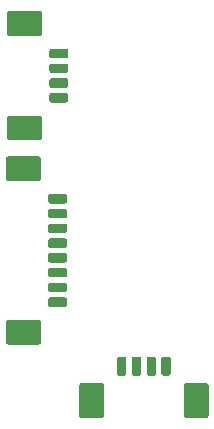
<source format=gbp>
G04 #@! TF.GenerationSoftware,KiCad,Pcbnew,(5.1.5)-3*
G04 #@! TF.CreationDate,2021-09-06T00:05:08-04:00*
G04 #@! TF.ProjectId,EPC611 LIDAR,45504336-3131-4204-9c49-4441522e6b69,rev?*
G04 #@! TF.SameCoordinates,Original*
G04 #@! TF.FileFunction,Paste,Bot*
G04 #@! TF.FilePolarity,Positive*
%FSLAX46Y46*%
G04 Gerber Fmt 4.6, Leading zero omitted, Abs format (unit mm)*
G04 Created by KiCad (PCBNEW (5.1.5)-3) date 2021-09-06 00:05:08*
%MOMM*%
%LPD*%
G04 APERTURE LIST*
%ADD10C,0.100000*%
G04 APERTURE END LIST*
D10*
G36*
X83674594Y-91826203D02*
G01*
X83698853Y-91829802D01*
X83722642Y-91835761D01*
X83745733Y-91844023D01*
X83767902Y-91854508D01*
X83788937Y-91867116D01*
X83808635Y-91881725D01*
X83826806Y-91898194D01*
X83843275Y-91916365D01*
X83857884Y-91936063D01*
X83870492Y-91957098D01*
X83880977Y-91979267D01*
X83889239Y-92002358D01*
X83895198Y-92026147D01*
X83898797Y-92050406D01*
X83900000Y-92074900D01*
X83900000Y-93675100D01*
X83898797Y-93699594D01*
X83895198Y-93723853D01*
X83889239Y-93747642D01*
X83880977Y-93770733D01*
X83870492Y-93792902D01*
X83857884Y-93813937D01*
X83843275Y-93833635D01*
X83826806Y-93851806D01*
X83808635Y-93868275D01*
X83788937Y-93882884D01*
X83767902Y-93895492D01*
X83745733Y-93905977D01*
X83722642Y-93914239D01*
X83698853Y-93920198D01*
X83674594Y-93923797D01*
X83650100Y-93925000D01*
X81149900Y-93925000D01*
X81125406Y-93923797D01*
X81101147Y-93920198D01*
X81077358Y-93914239D01*
X81054267Y-93905977D01*
X81032098Y-93895492D01*
X81011063Y-93882884D01*
X80991365Y-93868275D01*
X80973194Y-93851806D01*
X80956725Y-93833635D01*
X80942116Y-93813937D01*
X80929508Y-93792902D01*
X80919023Y-93770733D01*
X80910761Y-93747642D01*
X80904802Y-93723853D01*
X80901203Y-93699594D01*
X80900000Y-93675100D01*
X80900000Y-92074900D01*
X80901203Y-92050406D01*
X80904802Y-92026147D01*
X80910761Y-92002358D01*
X80919023Y-91979267D01*
X80929508Y-91957098D01*
X80942116Y-91936063D01*
X80956725Y-91916365D01*
X80973194Y-91898194D01*
X80991365Y-91881725D01*
X81011063Y-91867116D01*
X81032098Y-91854508D01*
X81054267Y-91844023D01*
X81077358Y-91835761D01*
X81101147Y-91829802D01*
X81125406Y-91826203D01*
X81149900Y-91825000D01*
X83650100Y-91825000D01*
X83674594Y-91826203D01*
G37*
G36*
X83674504Y-105676204D02*
G01*
X83698773Y-105679804D01*
X83722571Y-105685765D01*
X83745671Y-105694030D01*
X83767849Y-105704520D01*
X83788893Y-105717133D01*
X83808598Y-105731747D01*
X83826777Y-105748223D01*
X83843253Y-105766402D01*
X83857867Y-105786107D01*
X83870480Y-105807151D01*
X83880970Y-105829329D01*
X83889235Y-105852429D01*
X83895196Y-105876227D01*
X83898796Y-105900496D01*
X83900000Y-105925000D01*
X83900000Y-107525000D01*
X83898796Y-107549504D01*
X83895196Y-107573773D01*
X83889235Y-107597571D01*
X83880970Y-107620671D01*
X83870480Y-107642849D01*
X83857867Y-107663893D01*
X83843253Y-107683598D01*
X83826777Y-107701777D01*
X83808598Y-107718253D01*
X83788893Y-107732867D01*
X83767849Y-107745480D01*
X83745671Y-107755970D01*
X83722571Y-107764235D01*
X83698773Y-107770196D01*
X83674504Y-107773796D01*
X83650000Y-107775000D01*
X81150000Y-107775000D01*
X81125496Y-107773796D01*
X81101227Y-107770196D01*
X81077429Y-107764235D01*
X81054329Y-107755970D01*
X81032151Y-107745480D01*
X81011107Y-107732867D01*
X80991402Y-107718253D01*
X80973223Y-107701777D01*
X80956747Y-107683598D01*
X80942133Y-107663893D01*
X80929520Y-107642849D01*
X80919030Y-107620671D01*
X80910765Y-107597571D01*
X80904804Y-107573773D01*
X80901204Y-107549504D01*
X80900000Y-107525000D01*
X80900000Y-105925000D01*
X80901204Y-105900496D01*
X80904804Y-105876227D01*
X80910765Y-105852429D01*
X80919030Y-105829329D01*
X80929520Y-105807151D01*
X80942133Y-105786107D01*
X80956747Y-105766402D01*
X80973223Y-105748223D01*
X80991402Y-105731747D01*
X81011107Y-105717133D01*
X81032151Y-105704520D01*
X81054329Y-105694030D01*
X81077429Y-105685765D01*
X81101227Y-105679804D01*
X81125496Y-105676204D01*
X81150000Y-105675000D01*
X83650000Y-105675000D01*
X83674504Y-105676204D01*
G37*
G36*
X85919603Y-95025963D02*
G01*
X85939018Y-95028843D01*
X85958057Y-95033612D01*
X85976537Y-95040224D01*
X85994279Y-95048616D01*
X86011114Y-95058706D01*
X86026879Y-95070398D01*
X86041421Y-95083579D01*
X86054602Y-95098121D01*
X86066294Y-95113886D01*
X86076384Y-95130721D01*
X86084776Y-95148463D01*
X86091388Y-95166943D01*
X86096157Y-95185982D01*
X86099037Y-95205397D01*
X86100000Y-95225000D01*
X86100000Y-95625000D01*
X86099037Y-95644603D01*
X86096157Y-95664018D01*
X86091388Y-95683057D01*
X86084776Y-95701537D01*
X86076384Y-95719279D01*
X86066294Y-95736114D01*
X86054602Y-95751879D01*
X86041421Y-95766421D01*
X86026879Y-95779602D01*
X86011114Y-95791294D01*
X85994279Y-95801384D01*
X85976537Y-95809776D01*
X85958057Y-95816388D01*
X85939018Y-95821157D01*
X85919603Y-95824037D01*
X85900000Y-95825000D01*
X84700000Y-95825000D01*
X84680397Y-95824037D01*
X84660982Y-95821157D01*
X84641943Y-95816388D01*
X84623463Y-95809776D01*
X84605721Y-95801384D01*
X84588886Y-95791294D01*
X84573121Y-95779602D01*
X84558579Y-95766421D01*
X84545398Y-95751879D01*
X84533706Y-95736114D01*
X84523616Y-95719279D01*
X84515224Y-95701537D01*
X84508612Y-95683057D01*
X84503843Y-95664018D01*
X84500963Y-95644603D01*
X84500000Y-95625000D01*
X84500000Y-95225000D01*
X84500963Y-95205397D01*
X84503843Y-95185982D01*
X84508612Y-95166943D01*
X84515224Y-95148463D01*
X84523616Y-95130721D01*
X84533706Y-95113886D01*
X84545398Y-95098121D01*
X84558579Y-95083579D01*
X84573121Y-95070398D01*
X84588886Y-95058706D01*
X84605721Y-95048616D01*
X84623463Y-95040224D01*
X84641943Y-95033612D01*
X84660982Y-95028843D01*
X84680397Y-95025963D01*
X84700000Y-95025000D01*
X85900000Y-95025000D01*
X85919603Y-95025963D01*
G37*
G36*
X85919603Y-96275963D02*
G01*
X85939018Y-96278843D01*
X85958057Y-96283612D01*
X85976537Y-96290224D01*
X85994279Y-96298616D01*
X86011114Y-96308706D01*
X86026879Y-96320398D01*
X86041421Y-96333579D01*
X86054602Y-96348121D01*
X86066294Y-96363886D01*
X86076384Y-96380721D01*
X86084776Y-96398463D01*
X86091388Y-96416943D01*
X86096157Y-96435982D01*
X86099037Y-96455397D01*
X86100000Y-96475000D01*
X86100000Y-96875000D01*
X86099037Y-96894603D01*
X86096157Y-96914018D01*
X86091388Y-96933057D01*
X86084776Y-96951537D01*
X86076384Y-96969279D01*
X86066294Y-96986114D01*
X86054602Y-97001879D01*
X86041421Y-97016421D01*
X86026879Y-97029602D01*
X86011114Y-97041294D01*
X85994279Y-97051384D01*
X85976537Y-97059776D01*
X85958057Y-97066388D01*
X85939018Y-97071157D01*
X85919603Y-97074037D01*
X85900000Y-97075000D01*
X84700000Y-97075000D01*
X84680397Y-97074037D01*
X84660982Y-97071157D01*
X84641943Y-97066388D01*
X84623463Y-97059776D01*
X84605721Y-97051384D01*
X84588886Y-97041294D01*
X84573121Y-97029602D01*
X84558579Y-97016421D01*
X84545398Y-97001879D01*
X84533706Y-96986114D01*
X84523616Y-96969279D01*
X84515224Y-96951537D01*
X84508612Y-96933057D01*
X84503843Y-96914018D01*
X84500963Y-96894603D01*
X84500000Y-96875000D01*
X84500000Y-96475000D01*
X84500963Y-96455397D01*
X84503843Y-96435982D01*
X84508612Y-96416943D01*
X84515224Y-96398463D01*
X84523616Y-96380721D01*
X84533706Y-96363886D01*
X84545398Y-96348121D01*
X84558579Y-96333579D01*
X84573121Y-96320398D01*
X84588886Y-96308706D01*
X84605721Y-96298616D01*
X84623463Y-96290224D01*
X84641943Y-96283612D01*
X84660982Y-96278843D01*
X84680397Y-96275963D01*
X84700000Y-96275000D01*
X85900000Y-96275000D01*
X85919603Y-96275963D01*
G37*
G36*
X85919603Y-97525963D02*
G01*
X85939018Y-97528843D01*
X85958057Y-97533612D01*
X85976537Y-97540224D01*
X85994279Y-97548616D01*
X86011114Y-97558706D01*
X86026879Y-97570398D01*
X86041421Y-97583579D01*
X86054602Y-97598121D01*
X86066294Y-97613886D01*
X86076384Y-97630721D01*
X86084776Y-97648463D01*
X86091388Y-97666943D01*
X86096157Y-97685982D01*
X86099037Y-97705397D01*
X86100000Y-97725000D01*
X86100000Y-98125000D01*
X86099037Y-98144603D01*
X86096157Y-98164018D01*
X86091388Y-98183057D01*
X86084776Y-98201537D01*
X86076384Y-98219279D01*
X86066294Y-98236114D01*
X86054602Y-98251879D01*
X86041421Y-98266421D01*
X86026879Y-98279602D01*
X86011114Y-98291294D01*
X85994279Y-98301384D01*
X85976537Y-98309776D01*
X85958057Y-98316388D01*
X85939018Y-98321157D01*
X85919603Y-98324037D01*
X85900000Y-98325000D01*
X84700000Y-98325000D01*
X84680397Y-98324037D01*
X84660982Y-98321157D01*
X84641943Y-98316388D01*
X84623463Y-98309776D01*
X84605721Y-98301384D01*
X84588886Y-98291294D01*
X84573121Y-98279602D01*
X84558579Y-98266421D01*
X84545398Y-98251879D01*
X84533706Y-98236114D01*
X84523616Y-98219279D01*
X84515224Y-98201537D01*
X84508612Y-98183057D01*
X84503843Y-98164018D01*
X84500963Y-98144603D01*
X84500000Y-98125000D01*
X84500000Y-97725000D01*
X84500963Y-97705397D01*
X84503843Y-97685982D01*
X84508612Y-97666943D01*
X84515224Y-97648463D01*
X84523616Y-97630721D01*
X84533706Y-97613886D01*
X84545398Y-97598121D01*
X84558579Y-97583579D01*
X84573121Y-97570398D01*
X84588886Y-97558706D01*
X84605721Y-97548616D01*
X84623463Y-97540224D01*
X84641943Y-97533612D01*
X84660982Y-97528843D01*
X84680397Y-97525963D01*
X84700000Y-97525000D01*
X85900000Y-97525000D01*
X85919603Y-97525963D01*
G37*
G36*
X85919603Y-98775963D02*
G01*
X85939018Y-98778843D01*
X85958057Y-98783612D01*
X85976537Y-98790224D01*
X85994279Y-98798616D01*
X86011114Y-98808706D01*
X86026879Y-98820398D01*
X86041421Y-98833579D01*
X86054602Y-98848121D01*
X86066294Y-98863886D01*
X86076384Y-98880721D01*
X86084776Y-98898463D01*
X86091388Y-98916943D01*
X86096157Y-98935982D01*
X86099037Y-98955397D01*
X86100000Y-98975000D01*
X86100000Y-99375000D01*
X86099037Y-99394603D01*
X86096157Y-99414018D01*
X86091388Y-99433057D01*
X86084776Y-99451537D01*
X86076384Y-99469279D01*
X86066294Y-99486114D01*
X86054602Y-99501879D01*
X86041421Y-99516421D01*
X86026879Y-99529602D01*
X86011114Y-99541294D01*
X85994279Y-99551384D01*
X85976537Y-99559776D01*
X85958057Y-99566388D01*
X85939018Y-99571157D01*
X85919603Y-99574037D01*
X85900000Y-99575000D01*
X84700000Y-99575000D01*
X84680397Y-99574037D01*
X84660982Y-99571157D01*
X84641943Y-99566388D01*
X84623463Y-99559776D01*
X84605721Y-99551384D01*
X84588886Y-99541294D01*
X84573121Y-99529602D01*
X84558579Y-99516421D01*
X84545398Y-99501879D01*
X84533706Y-99486114D01*
X84523616Y-99469279D01*
X84515224Y-99451537D01*
X84508612Y-99433057D01*
X84503843Y-99414018D01*
X84500963Y-99394603D01*
X84500000Y-99375000D01*
X84500000Y-98975000D01*
X84500963Y-98955397D01*
X84503843Y-98935982D01*
X84508612Y-98916943D01*
X84515224Y-98898463D01*
X84523616Y-98880721D01*
X84533706Y-98863886D01*
X84545398Y-98848121D01*
X84558579Y-98833579D01*
X84573121Y-98820398D01*
X84588886Y-98808706D01*
X84605721Y-98798616D01*
X84623463Y-98790224D01*
X84641943Y-98783612D01*
X84660982Y-98778843D01*
X84680397Y-98775963D01*
X84700000Y-98775000D01*
X85900000Y-98775000D01*
X85919603Y-98775963D01*
G37*
G36*
X85919603Y-100025963D02*
G01*
X85939018Y-100028843D01*
X85958057Y-100033612D01*
X85976537Y-100040224D01*
X85994279Y-100048616D01*
X86011114Y-100058706D01*
X86026879Y-100070398D01*
X86041421Y-100083579D01*
X86054602Y-100098121D01*
X86066294Y-100113886D01*
X86076384Y-100130721D01*
X86084776Y-100148463D01*
X86091388Y-100166943D01*
X86096157Y-100185982D01*
X86099037Y-100205397D01*
X86100000Y-100225000D01*
X86100000Y-100625000D01*
X86099037Y-100644603D01*
X86096157Y-100664018D01*
X86091388Y-100683057D01*
X86084776Y-100701537D01*
X86076384Y-100719279D01*
X86066294Y-100736114D01*
X86054602Y-100751879D01*
X86041421Y-100766421D01*
X86026879Y-100779602D01*
X86011114Y-100791294D01*
X85994279Y-100801384D01*
X85976537Y-100809776D01*
X85958057Y-100816388D01*
X85939018Y-100821157D01*
X85919603Y-100824037D01*
X85900000Y-100825000D01*
X84700000Y-100825000D01*
X84680397Y-100824037D01*
X84660982Y-100821157D01*
X84641943Y-100816388D01*
X84623463Y-100809776D01*
X84605721Y-100801384D01*
X84588886Y-100791294D01*
X84573121Y-100779602D01*
X84558579Y-100766421D01*
X84545398Y-100751879D01*
X84533706Y-100736114D01*
X84523616Y-100719279D01*
X84515224Y-100701537D01*
X84508612Y-100683057D01*
X84503843Y-100664018D01*
X84500963Y-100644603D01*
X84500000Y-100625000D01*
X84500000Y-100225000D01*
X84500963Y-100205397D01*
X84503843Y-100185982D01*
X84508612Y-100166943D01*
X84515224Y-100148463D01*
X84523616Y-100130721D01*
X84533706Y-100113886D01*
X84545398Y-100098121D01*
X84558579Y-100083579D01*
X84573121Y-100070398D01*
X84588886Y-100058706D01*
X84605721Y-100048616D01*
X84623463Y-100040224D01*
X84641943Y-100033612D01*
X84660982Y-100028843D01*
X84680397Y-100025963D01*
X84700000Y-100025000D01*
X85900000Y-100025000D01*
X85919603Y-100025963D01*
G37*
G36*
X85919603Y-101275963D02*
G01*
X85939018Y-101278843D01*
X85958057Y-101283612D01*
X85976537Y-101290224D01*
X85994279Y-101298616D01*
X86011114Y-101308706D01*
X86026879Y-101320398D01*
X86041421Y-101333579D01*
X86054602Y-101348121D01*
X86066294Y-101363886D01*
X86076384Y-101380721D01*
X86084776Y-101398463D01*
X86091388Y-101416943D01*
X86096157Y-101435982D01*
X86099037Y-101455397D01*
X86100000Y-101475000D01*
X86100000Y-101875000D01*
X86099037Y-101894603D01*
X86096157Y-101914018D01*
X86091388Y-101933057D01*
X86084776Y-101951537D01*
X86076384Y-101969279D01*
X86066294Y-101986114D01*
X86054602Y-102001879D01*
X86041421Y-102016421D01*
X86026879Y-102029602D01*
X86011114Y-102041294D01*
X85994279Y-102051384D01*
X85976537Y-102059776D01*
X85958057Y-102066388D01*
X85939018Y-102071157D01*
X85919603Y-102074037D01*
X85900000Y-102075000D01*
X84700000Y-102075000D01*
X84680397Y-102074037D01*
X84660982Y-102071157D01*
X84641943Y-102066388D01*
X84623463Y-102059776D01*
X84605721Y-102051384D01*
X84588886Y-102041294D01*
X84573121Y-102029602D01*
X84558579Y-102016421D01*
X84545398Y-102001879D01*
X84533706Y-101986114D01*
X84523616Y-101969279D01*
X84515224Y-101951537D01*
X84508612Y-101933057D01*
X84503843Y-101914018D01*
X84500963Y-101894603D01*
X84500000Y-101875000D01*
X84500000Y-101475000D01*
X84500963Y-101455397D01*
X84503843Y-101435982D01*
X84508612Y-101416943D01*
X84515224Y-101398463D01*
X84523616Y-101380721D01*
X84533706Y-101363886D01*
X84545398Y-101348121D01*
X84558579Y-101333579D01*
X84573121Y-101320398D01*
X84588886Y-101308706D01*
X84605721Y-101298616D01*
X84623463Y-101290224D01*
X84641943Y-101283612D01*
X84660982Y-101278843D01*
X84680397Y-101275963D01*
X84700000Y-101275000D01*
X85900000Y-101275000D01*
X85919603Y-101275963D01*
G37*
G36*
X85919603Y-102525963D02*
G01*
X85939018Y-102528843D01*
X85958057Y-102533612D01*
X85976537Y-102540224D01*
X85994279Y-102548616D01*
X86011114Y-102558706D01*
X86026879Y-102570398D01*
X86041421Y-102583579D01*
X86054602Y-102598121D01*
X86066294Y-102613886D01*
X86076384Y-102630721D01*
X86084776Y-102648463D01*
X86091388Y-102666943D01*
X86096157Y-102685982D01*
X86099037Y-102705397D01*
X86100000Y-102725000D01*
X86100000Y-103125000D01*
X86099037Y-103144603D01*
X86096157Y-103164018D01*
X86091388Y-103183057D01*
X86084776Y-103201537D01*
X86076384Y-103219279D01*
X86066294Y-103236114D01*
X86054602Y-103251879D01*
X86041421Y-103266421D01*
X86026879Y-103279602D01*
X86011114Y-103291294D01*
X85994279Y-103301384D01*
X85976537Y-103309776D01*
X85958057Y-103316388D01*
X85939018Y-103321157D01*
X85919603Y-103324037D01*
X85900000Y-103325000D01*
X84700000Y-103325000D01*
X84680397Y-103324037D01*
X84660982Y-103321157D01*
X84641943Y-103316388D01*
X84623463Y-103309776D01*
X84605721Y-103301384D01*
X84588886Y-103291294D01*
X84573121Y-103279602D01*
X84558579Y-103266421D01*
X84545398Y-103251879D01*
X84533706Y-103236114D01*
X84523616Y-103219279D01*
X84515224Y-103201537D01*
X84508612Y-103183057D01*
X84503843Y-103164018D01*
X84500963Y-103144603D01*
X84500000Y-103125000D01*
X84500000Y-102725000D01*
X84500963Y-102705397D01*
X84503843Y-102685982D01*
X84508612Y-102666943D01*
X84515224Y-102648463D01*
X84523616Y-102630721D01*
X84533706Y-102613886D01*
X84545398Y-102598121D01*
X84558579Y-102583579D01*
X84573121Y-102570398D01*
X84588886Y-102558706D01*
X84605721Y-102548616D01*
X84623463Y-102540224D01*
X84641943Y-102533612D01*
X84660982Y-102528843D01*
X84680397Y-102525963D01*
X84700000Y-102525000D01*
X85900000Y-102525000D01*
X85919603Y-102525963D01*
G37*
G36*
X85919603Y-103775963D02*
G01*
X85939018Y-103778843D01*
X85958057Y-103783612D01*
X85976537Y-103790224D01*
X85994279Y-103798616D01*
X86011114Y-103808706D01*
X86026879Y-103820398D01*
X86041421Y-103833579D01*
X86054602Y-103848121D01*
X86066294Y-103863886D01*
X86076384Y-103880721D01*
X86084776Y-103898463D01*
X86091388Y-103916943D01*
X86096157Y-103935982D01*
X86099037Y-103955397D01*
X86100000Y-103975000D01*
X86100000Y-104375000D01*
X86099037Y-104394603D01*
X86096157Y-104414018D01*
X86091388Y-104433057D01*
X86084776Y-104451537D01*
X86076384Y-104469279D01*
X86066294Y-104486114D01*
X86054602Y-104501879D01*
X86041421Y-104516421D01*
X86026879Y-104529602D01*
X86011114Y-104541294D01*
X85994279Y-104551384D01*
X85976537Y-104559776D01*
X85958057Y-104566388D01*
X85939018Y-104571157D01*
X85919603Y-104574037D01*
X85900000Y-104575000D01*
X84700000Y-104575000D01*
X84680397Y-104574037D01*
X84660982Y-104571157D01*
X84641943Y-104566388D01*
X84623463Y-104559776D01*
X84605721Y-104551384D01*
X84588886Y-104541294D01*
X84573121Y-104529602D01*
X84558579Y-104516421D01*
X84545398Y-104501879D01*
X84533706Y-104486114D01*
X84523616Y-104469279D01*
X84515224Y-104451537D01*
X84508612Y-104433057D01*
X84503843Y-104414018D01*
X84500963Y-104394603D01*
X84500000Y-104375000D01*
X84500000Y-103975000D01*
X84500963Y-103955397D01*
X84503843Y-103935982D01*
X84508612Y-103916943D01*
X84515224Y-103898463D01*
X84523616Y-103880721D01*
X84533706Y-103863886D01*
X84545398Y-103848121D01*
X84558579Y-103833579D01*
X84573121Y-103820398D01*
X84588886Y-103808706D01*
X84605721Y-103798616D01*
X84623463Y-103790224D01*
X84641943Y-103783612D01*
X84660982Y-103778843D01*
X84680397Y-103775963D01*
X84700000Y-103775000D01*
X85900000Y-103775000D01*
X85919603Y-103775963D01*
G37*
G36*
X83774504Y-79526204D02*
G01*
X83798773Y-79529804D01*
X83822571Y-79535765D01*
X83845671Y-79544030D01*
X83867849Y-79554520D01*
X83888893Y-79567133D01*
X83908598Y-79581747D01*
X83926777Y-79598223D01*
X83943253Y-79616402D01*
X83957867Y-79636107D01*
X83970480Y-79657151D01*
X83980970Y-79679329D01*
X83989235Y-79702429D01*
X83995196Y-79726227D01*
X83998796Y-79750496D01*
X84000000Y-79775000D01*
X84000000Y-81375000D01*
X83998796Y-81399504D01*
X83995196Y-81423773D01*
X83989235Y-81447571D01*
X83980970Y-81470671D01*
X83970480Y-81492849D01*
X83957867Y-81513893D01*
X83943253Y-81533598D01*
X83926777Y-81551777D01*
X83908598Y-81568253D01*
X83888893Y-81582867D01*
X83867849Y-81595480D01*
X83845671Y-81605970D01*
X83822571Y-81614235D01*
X83798773Y-81620196D01*
X83774504Y-81623796D01*
X83750000Y-81625000D01*
X81250000Y-81625000D01*
X81225496Y-81623796D01*
X81201227Y-81620196D01*
X81177429Y-81614235D01*
X81154329Y-81605970D01*
X81132151Y-81595480D01*
X81111107Y-81582867D01*
X81091402Y-81568253D01*
X81073223Y-81551777D01*
X81056747Y-81533598D01*
X81042133Y-81513893D01*
X81029520Y-81492849D01*
X81019030Y-81470671D01*
X81010765Y-81447571D01*
X81004804Y-81423773D01*
X81001204Y-81399504D01*
X81000000Y-81375000D01*
X81000000Y-79775000D01*
X81001204Y-79750496D01*
X81004804Y-79726227D01*
X81010765Y-79702429D01*
X81019030Y-79679329D01*
X81029520Y-79657151D01*
X81042133Y-79636107D01*
X81056747Y-79616402D01*
X81073223Y-79598223D01*
X81091402Y-79581747D01*
X81111107Y-79567133D01*
X81132151Y-79554520D01*
X81154329Y-79544030D01*
X81177429Y-79535765D01*
X81201227Y-79529804D01*
X81225496Y-79526204D01*
X81250000Y-79525000D01*
X83750000Y-79525000D01*
X83774504Y-79526204D01*
G37*
G36*
X83774504Y-88376204D02*
G01*
X83798773Y-88379804D01*
X83822571Y-88385765D01*
X83845671Y-88394030D01*
X83867849Y-88404520D01*
X83888893Y-88417133D01*
X83908598Y-88431747D01*
X83926777Y-88448223D01*
X83943253Y-88466402D01*
X83957867Y-88486107D01*
X83970480Y-88507151D01*
X83980970Y-88529329D01*
X83989235Y-88552429D01*
X83995196Y-88576227D01*
X83998796Y-88600496D01*
X84000000Y-88625000D01*
X84000000Y-90225000D01*
X83998796Y-90249504D01*
X83995196Y-90273773D01*
X83989235Y-90297571D01*
X83980970Y-90320671D01*
X83970480Y-90342849D01*
X83957867Y-90363893D01*
X83943253Y-90383598D01*
X83926777Y-90401777D01*
X83908598Y-90418253D01*
X83888893Y-90432867D01*
X83867849Y-90445480D01*
X83845671Y-90455970D01*
X83822571Y-90464235D01*
X83798773Y-90470196D01*
X83774504Y-90473796D01*
X83750000Y-90475000D01*
X81250000Y-90475000D01*
X81225496Y-90473796D01*
X81201227Y-90470196D01*
X81177429Y-90464235D01*
X81154329Y-90455970D01*
X81132151Y-90445480D01*
X81111107Y-90432867D01*
X81091402Y-90418253D01*
X81073223Y-90401777D01*
X81056747Y-90383598D01*
X81042133Y-90363893D01*
X81029520Y-90342849D01*
X81019030Y-90320671D01*
X81010765Y-90297571D01*
X81004804Y-90273773D01*
X81001204Y-90249504D01*
X81000000Y-90225000D01*
X81000000Y-88625000D01*
X81001204Y-88600496D01*
X81004804Y-88576227D01*
X81010765Y-88552429D01*
X81019030Y-88529329D01*
X81029520Y-88507151D01*
X81042133Y-88486107D01*
X81056747Y-88466402D01*
X81073223Y-88448223D01*
X81091402Y-88431747D01*
X81111107Y-88417133D01*
X81132151Y-88404520D01*
X81154329Y-88394030D01*
X81177429Y-88385765D01*
X81201227Y-88379804D01*
X81225496Y-88376204D01*
X81250000Y-88375000D01*
X83750000Y-88375000D01*
X83774504Y-88376204D01*
G37*
G36*
X86019603Y-82725963D02*
G01*
X86039018Y-82728843D01*
X86058057Y-82733612D01*
X86076537Y-82740224D01*
X86094279Y-82748616D01*
X86111114Y-82758706D01*
X86126879Y-82770398D01*
X86141421Y-82783579D01*
X86154602Y-82798121D01*
X86166294Y-82813886D01*
X86176384Y-82830721D01*
X86184776Y-82848463D01*
X86191388Y-82866943D01*
X86196157Y-82885982D01*
X86199037Y-82905397D01*
X86200000Y-82925000D01*
X86200000Y-83325000D01*
X86199037Y-83344603D01*
X86196157Y-83364018D01*
X86191388Y-83383057D01*
X86184776Y-83401537D01*
X86176384Y-83419279D01*
X86166294Y-83436114D01*
X86154602Y-83451879D01*
X86141421Y-83466421D01*
X86126879Y-83479602D01*
X86111114Y-83491294D01*
X86094279Y-83501384D01*
X86076537Y-83509776D01*
X86058057Y-83516388D01*
X86039018Y-83521157D01*
X86019603Y-83524037D01*
X86000000Y-83525000D01*
X84800000Y-83525000D01*
X84780397Y-83524037D01*
X84760982Y-83521157D01*
X84741943Y-83516388D01*
X84723463Y-83509776D01*
X84705721Y-83501384D01*
X84688886Y-83491294D01*
X84673121Y-83479602D01*
X84658579Y-83466421D01*
X84645398Y-83451879D01*
X84633706Y-83436114D01*
X84623616Y-83419279D01*
X84615224Y-83401537D01*
X84608612Y-83383057D01*
X84603843Y-83364018D01*
X84600963Y-83344603D01*
X84600000Y-83325000D01*
X84600000Y-82925000D01*
X84600963Y-82905397D01*
X84603843Y-82885982D01*
X84608612Y-82866943D01*
X84615224Y-82848463D01*
X84623616Y-82830721D01*
X84633706Y-82813886D01*
X84645398Y-82798121D01*
X84658579Y-82783579D01*
X84673121Y-82770398D01*
X84688886Y-82758706D01*
X84705721Y-82748616D01*
X84723463Y-82740224D01*
X84741943Y-82733612D01*
X84760982Y-82728843D01*
X84780397Y-82725963D01*
X84800000Y-82725000D01*
X86000000Y-82725000D01*
X86019603Y-82725963D01*
G37*
G36*
X86019603Y-83975963D02*
G01*
X86039018Y-83978843D01*
X86058057Y-83983612D01*
X86076537Y-83990224D01*
X86094279Y-83998616D01*
X86111114Y-84008706D01*
X86126879Y-84020398D01*
X86141421Y-84033579D01*
X86154602Y-84048121D01*
X86166294Y-84063886D01*
X86176384Y-84080721D01*
X86184776Y-84098463D01*
X86191388Y-84116943D01*
X86196157Y-84135982D01*
X86199037Y-84155397D01*
X86200000Y-84175000D01*
X86200000Y-84575000D01*
X86199037Y-84594603D01*
X86196157Y-84614018D01*
X86191388Y-84633057D01*
X86184776Y-84651537D01*
X86176384Y-84669279D01*
X86166294Y-84686114D01*
X86154602Y-84701879D01*
X86141421Y-84716421D01*
X86126879Y-84729602D01*
X86111114Y-84741294D01*
X86094279Y-84751384D01*
X86076537Y-84759776D01*
X86058057Y-84766388D01*
X86039018Y-84771157D01*
X86019603Y-84774037D01*
X86000000Y-84775000D01*
X84800000Y-84775000D01*
X84780397Y-84774037D01*
X84760982Y-84771157D01*
X84741943Y-84766388D01*
X84723463Y-84759776D01*
X84705721Y-84751384D01*
X84688886Y-84741294D01*
X84673121Y-84729602D01*
X84658579Y-84716421D01*
X84645398Y-84701879D01*
X84633706Y-84686114D01*
X84623616Y-84669279D01*
X84615224Y-84651537D01*
X84608612Y-84633057D01*
X84603843Y-84614018D01*
X84600963Y-84594603D01*
X84600000Y-84575000D01*
X84600000Y-84175000D01*
X84600963Y-84155397D01*
X84603843Y-84135982D01*
X84608612Y-84116943D01*
X84615224Y-84098463D01*
X84623616Y-84080721D01*
X84633706Y-84063886D01*
X84645398Y-84048121D01*
X84658579Y-84033579D01*
X84673121Y-84020398D01*
X84688886Y-84008706D01*
X84705721Y-83998616D01*
X84723463Y-83990224D01*
X84741943Y-83983612D01*
X84760982Y-83978843D01*
X84780397Y-83975963D01*
X84800000Y-83975000D01*
X86000000Y-83975000D01*
X86019603Y-83975963D01*
G37*
G36*
X86019603Y-85225963D02*
G01*
X86039018Y-85228843D01*
X86058057Y-85233612D01*
X86076537Y-85240224D01*
X86094279Y-85248616D01*
X86111114Y-85258706D01*
X86126879Y-85270398D01*
X86141421Y-85283579D01*
X86154602Y-85298121D01*
X86166294Y-85313886D01*
X86176384Y-85330721D01*
X86184776Y-85348463D01*
X86191388Y-85366943D01*
X86196157Y-85385982D01*
X86199037Y-85405397D01*
X86200000Y-85425000D01*
X86200000Y-85825000D01*
X86199037Y-85844603D01*
X86196157Y-85864018D01*
X86191388Y-85883057D01*
X86184776Y-85901537D01*
X86176384Y-85919279D01*
X86166294Y-85936114D01*
X86154602Y-85951879D01*
X86141421Y-85966421D01*
X86126879Y-85979602D01*
X86111114Y-85991294D01*
X86094279Y-86001384D01*
X86076537Y-86009776D01*
X86058057Y-86016388D01*
X86039018Y-86021157D01*
X86019603Y-86024037D01*
X86000000Y-86025000D01*
X84800000Y-86025000D01*
X84780397Y-86024037D01*
X84760982Y-86021157D01*
X84741943Y-86016388D01*
X84723463Y-86009776D01*
X84705721Y-86001384D01*
X84688886Y-85991294D01*
X84673121Y-85979602D01*
X84658579Y-85966421D01*
X84645398Y-85951879D01*
X84633706Y-85936114D01*
X84623616Y-85919279D01*
X84615224Y-85901537D01*
X84608612Y-85883057D01*
X84603843Y-85864018D01*
X84600963Y-85844603D01*
X84600000Y-85825000D01*
X84600000Y-85425000D01*
X84600963Y-85405397D01*
X84603843Y-85385982D01*
X84608612Y-85366943D01*
X84615224Y-85348463D01*
X84623616Y-85330721D01*
X84633706Y-85313886D01*
X84645398Y-85298121D01*
X84658579Y-85283579D01*
X84673121Y-85270398D01*
X84688886Y-85258706D01*
X84705721Y-85248616D01*
X84723463Y-85240224D01*
X84741943Y-85233612D01*
X84760982Y-85228843D01*
X84780397Y-85225963D01*
X84800000Y-85225000D01*
X86000000Y-85225000D01*
X86019603Y-85225963D01*
G37*
G36*
X86019603Y-86475963D02*
G01*
X86039018Y-86478843D01*
X86058057Y-86483612D01*
X86076537Y-86490224D01*
X86094279Y-86498616D01*
X86111114Y-86508706D01*
X86126879Y-86520398D01*
X86141421Y-86533579D01*
X86154602Y-86548121D01*
X86166294Y-86563886D01*
X86176384Y-86580721D01*
X86184776Y-86598463D01*
X86191388Y-86616943D01*
X86196157Y-86635982D01*
X86199037Y-86655397D01*
X86200000Y-86675000D01*
X86200000Y-87075000D01*
X86199037Y-87094603D01*
X86196157Y-87114018D01*
X86191388Y-87133057D01*
X86184776Y-87151537D01*
X86176384Y-87169279D01*
X86166294Y-87186114D01*
X86154602Y-87201879D01*
X86141421Y-87216421D01*
X86126879Y-87229602D01*
X86111114Y-87241294D01*
X86094279Y-87251384D01*
X86076537Y-87259776D01*
X86058057Y-87266388D01*
X86039018Y-87271157D01*
X86019603Y-87274037D01*
X86000000Y-87275000D01*
X84800000Y-87275000D01*
X84780397Y-87274037D01*
X84760982Y-87271157D01*
X84741943Y-87266388D01*
X84723463Y-87259776D01*
X84705721Y-87251384D01*
X84688886Y-87241294D01*
X84673121Y-87229602D01*
X84658579Y-87216421D01*
X84645398Y-87201879D01*
X84633706Y-87186114D01*
X84623616Y-87169279D01*
X84615224Y-87151537D01*
X84608612Y-87133057D01*
X84603843Y-87114018D01*
X84600963Y-87094603D01*
X84600000Y-87075000D01*
X84600000Y-86675000D01*
X84600963Y-86655397D01*
X84603843Y-86635982D01*
X84608612Y-86616943D01*
X84615224Y-86598463D01*
X84623616Y-86580721D01*
X84633706Y-86563886D01*
X84645398Y-86548121D01*
X84658579Y-86533579D01*
X84673121Y-86520398D01*
X84688886Y-86508706D01*
X84705721Y-86498616D01*
X84723463Y-86490224D01*
X84741943Y-86483612D01*
X84760982Y-86478843D01*
X84780397Y-86475963D01*
X84800000Y-86475000D01*
X86000000Y-86475000D01*
X86019603Y-86475963D01*
G37*
G36*
X88999504Y-111001204D02*
G01*
X89023773Y-111004804D01*
X89047571Y-111010765D01*
X89070671Y-111019030D01*
X89092849Y-111029520D01*
X89113893Y-111042133D01*
X89133598Y-111056747D01*
X89151777Y-111073223D01*
X89168253Y-111091402D01*
X89182867Y-111111107D01*
X89195480Y-111132151D01*
X89205970Y-111154329D01*
X89214235Y-111177429D01*
X89220196Y-111201227D01*
X89223796Y-111225496D01*
X89225000Y-111250000D01*
X89225000Y-113750000D01*
X89223796Y-113774504D01*
X89220196Y-113798773D01*
X89214235Y-113822571D01*
X89205970Y-113845671D01*
X89195480Y-113867849D01*
X89182867Y-113888893D01*
X89168253Y-113908598D01*
X89151777Y-113926777D01*
X89133598Y-113943253D01*
X89113893Y-113957867D01*
X89092849Y-113970480D01*
X89070671Y-113980970D01*
X89047571Y-113989235D01*
X89023773Y-113995196D01*
X88999504Y-113998796D01*
X88975000Y-114000000D01*
X87375000Y-114000000D01*
X87350496Y-113998796D01*
X87326227Y-113995196D01*
X87302429Y-113989235D01*
X87279329Y-113980970D01*
X87257151Y-113970480D01*
X87236107Y-113957867D01*
X87216402Y-113943253D01*
X87198223Y-113926777D01*
X87181747Y-113908598D01*
X87167133Y-113888893D01*
X87154520Y-113867849D01*
X87144030Y-113845671D01*
X87135765Y-113822571D01*
X87129804Y-113798773D01*
X87126204Y-113774504D01*
X87125000Y-113750000D01*
X87125000Y-111250000D01*
X87126204Y-111225496D01*
X87129804Y-111201227D01*
X87135765Y-111177429D01*
X87144030Y-111154329D01*
X87154520Y-111132151D01*
X87167133Y-111111107D01*
X87181747Y-111091402D01*
X87198223Y-111073223D01*
X87216402Y-111056747D01*
X87236107Y-111042133D01*
X87257151Y-111029520D01*
X87279329Y-111019030D01*
X87302429Y-111010765D01*
X87326227Y-111004804D01*
X87350496Y-111001204D01*
X87375000Y-111000000D01*
X88975000Y-111000000D01*
X88999504Y-111001204D01*
G37*
G36*
X97849504Y-111001204D02*
G01*
X97873773Y-111004804D01*
X97897571Y-111010765D01*
X97920671Y-111019030D01*
X97942849Y-111029520D01*
X97963893Y-111042133D01*
X97983598Y-111056747D01*
X98001777Y-111073223D01*
X98018253Y-111091402D01*
X98032867Y-111111107D01*
X98045480Y-111132151D01*
X98055970Y-111154329D01*
X98064235Y-111177429D01*
X98070196Y-111201227D01*
X98073796Y-111225496D01*
X98075000Y-111250000D01*
X98075000Y-113750000D01*
X98073796Y-113774504D01*
X98070196Y-113798773D01*
X98064235Y-113822571D01*
X98055970Y-113845671D01*
X98045480Y-113867849D01*
X98032867Y-113888893D01*
X98018253Y-113908598D01*
X98001777Y-113926777D01*
X97983598Y-113943253D01*
X97963893Y-113957867D01*
X97942849Y-113970480D01*
X97920671Y-113980970D01*
X97897571Y-113989235D01*
X97873773Y-113995196D01*
X97849504Y-113998796D01*
X97825000Y-114000000D01*
X96225000Y-114000000D01*
X96200496Y-113998796D01*
X96176227Y-113995196D01*
X96152429Y-113989235D01*
X96129329Y-113980970D01*
X96107151Y-113970480D01*
X96086107Y-113957867D01*
X96066402Y-113943253D01*
X96048223Y-113926777D01*
X96031747Y-113908598D01*
X96017133Y-113888893D01*
X96004520Y-113867849D01*
X95994030Y-113845671D01*
X95985765Y-113822571D01*
X95979804Y-113798773D01*
X95976204Y-113774504D01*
X95975000Y-113750000D01*
X95975000Y-111250000D01*
X95976204Y-111225496D01*
X95979804Y-111201227D01*
X95985765Y-111177429D01*
X95994030Y-111154329D01*
X96004520Y-111132151D01*
X96017133Y-111111107D01*
X96031747Y-111091402D01*
X96048223Y-111073223D01*
X96066402Y-111056747D01*
X96086107Y-111042133D01*
X96107151Y-111029520D01*
X96129329Y-111019030D01*
X96152429Y-111010765D01*
X96176227Y-111004804D01*
X96200496Y-111001204D01*
X96225000Y-111000000D01*
X97825000Y-111000000D01*
X97849504Y-111001204D01*
G37*
G36*
X90944603Y-108800963D02*
G01*
X90964018Y-108803843D01*
X90983057Y-108808612D01*
X91001537Y-108815224D01*
X91019279Y-108823616D01*
X91036114Y-108833706D01*
X91051879Y-108845398D01*
X91066421Y-108858579D01*
X91079602Y-108873121D01*
X91091294Y-108888886D01*
X91101384Y-108905721D01*
X91109776Y-108923463D01*
X91116388Y-108941943D01*
X91121157Y-108960982D01*
X91124037Y-108980397D01*
X91125000Y-109000000D01*
X91125000Y-110200000D01*
X91124037Y-110219603D01*
X91121157Y-110239018D01*
X91116388Y-110258057D01*
X91109776Y-110276537D01*
X91101384Y-110294279D01*
X91091294Y-110311114D01*
X91079602Y-110326879D01*
X91066421Y-110341421D01*
X91051879Y-110354602D01*
X91036114Y-110366294D01*
X91019279Y-110376384D01*
X91001537Y-110384776D01*
X90983057Y-110391388D01*
X90964018Y-110396157D01*
X90944603Y-110399037D01*
X90925000Y-110400000D01*
X90525000Y-110400000D01*
X90505397Y-110399037D01*
X90485982Y-110396157D01*
X90466943Y-110391388D01*
X90448463Y-110384776D01*
X90430721Y-110376384D01*
X90413886Y-110366294D01*
X90398121Y-110354602D01*
X90383579Y-110341421D01*
X90370398Y-110326879D01*
X90358706Y-110311114D01*
X90348616Y-110294279D01*
X90340224Y-110276537D01*
X90333612Y-110258057D01*
X90328843Y-110239018D01*
X90325963Y-110219603D01*
X90325000Y-110200000D01*
X90325000Y-109000000D01*
X90325963Y-108980397D01*
X90328843Y-108960982D01*
X90333612Y-108941943D01*
X90340224Y-108923463D01*
X90348616Y-108905721D01*
X90358706Y-108888886D01*
X90370398Y-108873121D01*
X90383579Y-108858579D01*
X90398121Y-108845398D01*
X90413886Y-108833706D01*
X90430721Y-108823616D01*
X90448463Y-108815224D01*
X90466943Y-108808612D01*
X90485982Y-108803843D01*
X90505397Y-108800963D01*
X90525000Y-108800000D01*
X90925000Y-108800000D01*
X90944603Y-108800963D01*
G37*
G36*
X92194603Y-108800963D02*
G01*
X92214018Y-108803843D01*
X92233057Y-108808612D01*
X92251537Y-108815224D01*
X92269279Y-108823616D01*
X92286114Y-108833706D01*
X92301879Y-108845398D01*
X92316421Y-108858579D01*
X92329602Y-108873121D01*
X92341294Y-108888886D01*
X92351384Y-108905721D01*
X92359776Y-108923463D01*
X92366388Y-108941943D01*
X92371157Y-108960982D01*
X92374037Y-108980397D01*
X92375000Y-109000000D01*
X92375000Y-110200000D01*
X92374037Y-110219603D01*
X92371157Y-110239018D01*
X92366388Y-110258057D01*
X92359776Y-110276537D01*
X92351384Y-110294279D01*
X92341294Y-110311114D01*
X92329602Y-110326879D01*
X92316421Y-110341421D01*
X92301879Y-110354602D01*
X92286114Y-110366294D01*
X92269279Y-110376384D01*
X92251537Y-110384776D01*
X92233057Y-110391388D01*
X92214018Y-110396157D01*
X92194603Y-110399037D01*
X92175000Y-110400000D01*
X91775000Y-110400000D01*
X91755397Y-110399037D01*
X91735982Y-110396157D01*
X91716943Y-110391388D01*
X91698463Y-110384776D01*
X91680721Y-110376384D01*
X91663886Y-110366294D01*
X91648121Y-110354602D01*
X91633579Y-110341421D01*
X91620398Y-110326879D01*
X91608706Y-110311114D01*
X91598616Y-110294279D01*
X91590224Y-110276537D01*
X91583612Y-110258057D01*
X91578843Y-110239018D01*
X91575963Y-110219603D01*
X91575000Y-110200000D01*
X91575000Y-109000000D01*
X91575963Y-108980397D01*
X91578843Y-108960982D01*
X91583612Y-108941943D01*
X91590224Y-108923463D01*
X91598616Y-108905721D01*
X91608706Y-108888886D01*
X91620398Y-108873121D01*
X91633579Y-108858579D01*
X91648121Y-108845398D01*
X91663886Y-108833706D01*
X91680721Y-108823616D01*
X91698463Y-108815224D01*
X91716943Y-108808612D01*
X91735982Y-108803843D01*
X91755397Y-108800963D01*
X91775000Y-108800000D01*
X92175000Y-108800000D01*
X92194603Y-108800963D01*
G37*
G36*
X93444603Y-108800963D02*
G01*
X93464018Y-108803843D01*
X93483057Y-108808612D01*
X93501537Y-108815224D01*
X93519279Y-108823616D01*
X93536114Y-108833706D01*
X93551879Y-108845398D01*
X93566421Y-108858579D01*
X93579602Y-108873121D01*
X93591294Y-108888886D01*
X93601384Y-108905721D01*
X93609776Y-108923463D01*
X93616388Y-108941943D01*
X93621157Y-108960982D01*
X93624037Y-108980397D01*
X93625000Y-109000000D01*
X93625000Y-110200000D01*
X93624037Y-110219603D01*
X93621157Y-110239018D01*
X93616388Y-110258057D01*
X93609776Y-110276537D01*
X93601384Y-110294279D01*
X93591294Y-110311114D01*
X93579602Y-110326879D01*
X93566421Y-110341421D01*
X93551879Y-110354602D01*
X93536114Y-110366294D01*
X93519279Y-110376384D01*
X93501537Y-110384776D01*
X93483057Y-110391388D01*
X93464018Y-110396157D01*
X93444603Y-110399037D01*
X93425000Y-110400000D01*
X93025000Y-110400000D01*
X93005397Y-110399037D01*
X92985982Y-110396157D01*
X92966943Y-110391388D01*
X92948463Y-110384776D01*
X92930721Y-110376384D01*
X92913886Y-110366294D01*
X92898121Y-110354602D01*
X92883579Y-110341421D01*
X92870398Y-110326879D01*
X92858706Y-110311114D01*
X92848616Y-110294279D01*
X92840224Y-110276537D01*
X92833612Y-110258057D01*
X92828843Y-110239018D01*
X92825963Y-110219603D01*
X92825000Y-110200000D01*
X92825000Y-109000000D01*
X92825963Y-108980397D01*
X92828843Y-108960982D01*
X92833612Y-108941943D01*
X92840224Y-108923463D01*
X92848616Y-108905721D01*
X92858706Y-108888886D01*
X92870398Y-108873121D01*
X92883579Y-108858579D01*
X92898121Y-108845398D01*
X92913886Y-108833706D01*
X92930721Y-108823616D01*
X92948463Y-108815224D01*
X92966943Y-108808612D01*
X92985982Y-108803843D01*
X93005397Y-108800963D01*
X93025000Y-108800000D01*
X93425000Y-108800000D01*
X93444603Y-108800963D01*
G37*
G36*
X94694603Y-108800963D02*
G01*
X94714018Y-108803843D01*
X94733057Y-108808612D01*
X94751537Y-108815224D01*
X94769279Y-108823616D01*
X94786114Y-108833706D01*
X94801879Y-108845398D01*
X94816421Y-108858579D01*
X94829602Y-108873121D01*
X94841294Y-108888886D01*
X94851384Y-108905721D01*
X94859776Y-108923463D01*
X94866388Y-108941943D01*
X94871157Y-108960982D01*
X94874037Y-108980397D01*
X94875000Y-109000000D01*
X94875000Y-110200000D01*
X94874037Y-110219603D01*
X94871157Y-110239018D01*
X94866388Y-110258057D01*
X94859776Y-110276537D01*
X94851384Y-110294279D01*
X94841294Y-110311114D01*
X94829602Y-110326879D01*
X94816421Y-110341421D01*
X94801879Y-110354602D01*
X94786114Y-110366294D01*
X94769279Y-110376384D01*
X94751537Y-110384776D01*
X94733057Y-110391388D01*
X94714018Y-110396157D01*
X94694603Y-110399037D01*
X94675000Y-110400000D01*
X94275000Y-110400000D01*
X94255397Y-110399037D01*
X94235982Y-110396157D01*
X94216943Y-110391388D01*
X94198463Y-110384776D01*
X94180721Y-110376384D01*
X94163886Y-110366294D01*
X94148121Y-110354602D01*
X94133579Y-110341421D01*
X94120398Y-110326879D01*
X94108706Y-110311114D01*
X94098616Y-110294279D01*
X94090224Y-110276537D01*
X94083612Y-110258057D01*
X94078843Y-110239018D01*
X94075963Y-110219603D01*
X94075000Y-110200000D01*
X94075000Y-109000000D01*
X94075963Y-108980397D01*
X94078843Y-108960982D01*
X94083612Y-108941943D01*
X94090224Y-108923463D01*
X94098616Y-108905721D01*
X94108706Y-108888886D01*
X94120398Y-108873121D01*
X94133579Y-108858579D01*
X94148121Y-108845398D01*
X94163886Y-108833706D01*
X94180721Y-108823616D01*
X94198463Y-108815224D01*
X94216943Y-108808612D01*
X94235982Y-108803843D01*
X94255397Y-108800963D01*
X94275000Y-108800000D01*
X94675000Y-108800000D01*
X94694603Y-108800963D01*
G37*
M02*

</source>
